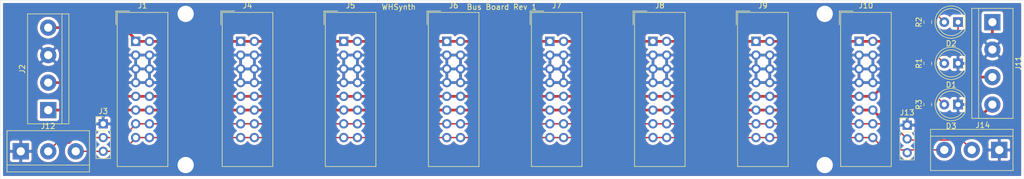
<source format=kicad_pcb>
(kicad_pcb (version 20171130) (host pcbnew "(5.1.2-1)-1")
  (layers (0 F.Cu signal) (31 B.Cu signal) (34 B.Paste user) (35 F.Paste user) (36 B.SilkS user) (37 F.SilkS user) (38 B.Mask user) (39 F.Mask user) (44 Edge.Cuts user))
  (net 0 "")
  (net 1 GNDREF)
  (net 2 "Net-(D1-Pad2)")
  (net 3 -12V)
  (net 4 "Net-(D2-Pad2)")
  (net 5 "Net-(D3-Pad2)")
  (net 6 /Gate)
  (net 7 /CV)
  (net 8 +5V)
  (net 9 +12V)
  (module LED_THT:LED_D5.0mm (layer F.Cu) (at 257.048 75.184 180)
    (fp_text reference D1 (at 1.27 -3.96) (layer F.SilkS))
    (fp_text value LED)
    (fp_arc (start 1.27 0) (end -1.29 -1.54483) (angle 148.9) (layer F.SilkS) (width 0.12))
    (fp_arc (start 1.27 0) (end -1.29 1.54483) (angle -148.9) (layer F.SilkS) (width 0.12))
    (fp_circle (center 1.27 0) (end 3.77 0) (layer F.SilkS) (width 0.12))
    (fp_line (start -1.29 -1.545) (end -1.29 1.545) (layer F.SilkS) (width 0.12))
    (pad 1 thru_hole rect (at 0 0 180) (size 1.8 1.8) (drill 0.9) (layers *.Cu *.Mask) (net 1 GNDREF))
    (pad 2 thru_hole circle (at 2.54 0 180) (size 1.8 1.8) (drill 0.9) (layers *.Cu *.Mask) (net 2 "Net-(D1-Pad2)"))
  )
  (module LED_THT:LED_D5.0mm (layer F.Cu) (at 257.048 67.564 180)
    (fp_text reference D2 (at 1.27 -3.96) (layer F.SilkS))
    (fp_text value LED)
    (fp_arc (start 1.27 0) (end -1.29 -1.54483) (angle 148.9) (layer F.SilkS) (width 0.12))
    (fp_arc (start 1.27 0) (end -1.29 1.54483) (angle -148.9) (layer F.SilkS) (width 0.12))
    (fp_circle (center 1.27 0) (end 3.77 0) (layer F.SilkS) (width 0.12))
    (fp_line (start -1.29 -1.545) (end -1.29 1.545) (layer F.SilkS) (width 0.12))
    (pad 1 thru_hole rect (at 0 0 180) (size 1.8 1.8) (drill 0.9) (layers *.Cu *.Mask) (net 3 -12V))
    (pad 2 thru_hole circle (at 2.54 0 180) (size 1.8 1.8) (drill 0.9) (layers *.Cu *.Mask) (net 4 "Net-(D2-Pad2)"))
  )
  (module LED_THT:LED_D5.0mm (layer F.Cu) (at 257.048 82.804 180)
    (fp_text reference D3 (at 1.27 -3.96) (layer F.SilkS))
    (fp_text value LED)
    (fp_line (start -1.29 -1.545) (end -1.29 1.545) (layer F.SilkS) (width 0.12))
    (fp_circle (center 1.27 0) (end 3.77 0) (layer F.SilkS) (width 0.12))
    (fp_arc (start 1.27 0) (end -1.29 1.54483) (angle -148.9) (layer F.SilkS) (width 0.12))
    (fp_arc (start 1.27 0) (end -1.29 -1.54483) (angle 148.9) (layer F.SilkS) (width 0.12))
    (pad 2 thru_hole circle (at 2.54 0 180) (size 1.8 1.8) (drill 0.9) (layers *.Cu *.Mask) (net 5 "Net-(D3-Pad2)"))
    (pad 1 thru_hole rect (at 0 0 180) (size 1.8 1.8) (drill 0.9) (layers *.Cu *.Mask) (net 1 GNDREF))
  )
  (module Connector_IDC:IDC-Header_2x08_P2.54mm_Vertical (layer F.Cu) (at 105.061001 71.12)
    (fp_text reference J1 (at 1.27 -6.604) (layer F.SilkS))
    (fp_text value Bus_8)
    (fp_line (start -3.655 -5.6) (end -1.115 -5.6) (layer F.SilkS) (width 0.12))
    (fp_line (start -3.655 -5.6) (end -3.655 -3.06) (layer F.SilkS) (width 0.12))
    (fp_line (start -3.405 -5.35) (end 5.945 -5.35) (layer F.SilkS) (width 0.12))
    (fp_line (start -3.405 23.13) (end -3.405 -5.35) (layer F.SilkS) (width 0.12))
    (fp_line (start 5.945 23.13) (end -3.405 23.13) (layer F.SilkS) (width 0.12))
    (fp_line (start 5.945 -5.35) (end 5.945 23.13) (layer F.SilkS) (width 0.12))
    (pad 16 thru_hole oval (at 2.54 17.78) (size 1.7272 1.7272) (drill 1.016) (layers *.Cu *.Mask) (net 6 /Gate))
    (pad 15 thru_hole oval (at 0 17.78) (size 1.7272 1.7272) (drill 1.016) (layers *.Cu *.Mask) (net 6 /Gate))
    (pad 14 thru_hole oval (at 2.54 15.24) (size 1.7272 1.7272) (drill 1.016) (layers *.Cu *.Mask) (net 7 /CV))
    (pad 13 thru_hole oval (at 0 15.24) (size 1.7272 1.7272) (drill 1.016) (layers *.Cu *.Mask) (net 7 /CV))
    (pad 12 thru_hole oval (at 2.54 12.7) (size 1.7272 1.7272) (drill 1.016) (layers *.Cu *.Mask) (net 8 +5V))
    (pad 11 thru_hole oval (at 0 12.7) (size 1.7272 1.7272) (drill 1.016) (layers *.Cu *.Mask) (net 8 +5V))
    (pad 10 thru_hole oval (at 2.54 10.16) (size 1.7272 1.7272) (drill 1.016) (layers *.Cu *.Mask) (net 9 +12V))
    (pad 9 thru_hole oval (at 0 10.16) (size 1.7272 1.7272) (drill 1.016) (layers *.Cu *.Mask) (net 9 +12V))
    (pad 8 thru_hole oval (at 2.54 7.62) (size 1.7272 1.7272) (drill 1.016) (layers *.Cu *.Mask) (net 1 GNDREF))
    (pad 7 thru_hole oval (at 0 7.62) (size 1.7272 1.7272) (drill 1.016) (layers *.Cu *.Mask) (net 1 GNDREF))
    (pad 6 thru_hole oval (at 2.54 5.08) (size 1.7272 1.7272) (drill 1.016) (layers *.Cu *.Mask) (net 1 GNDREF))
    (pad 5 thru_hole oval (at 0 5.08) (size 1.7272 1.7272) (drill 1.016) (layers *.Cu *.Mask) (net 1 GNDREF))
    (pad 4 thru_hole oval (at 2.54 2.54) (size 1.7272 1.7272) (drill 1.016) (layers *.Cu *.Mask) (net 1 GNDREF))
    (pad 3 thru_hole oval (at 0 2.54) (size 1.7272 1.7272) (drill 1.016) (layers *.Cu *.Mask) (net 1 GNDREF))
    (pad 2 thru_hole oval (at 2.54 0) (size 1.7272 1.7272) (drill 1.016) (layers *.Cu *.Mask) (net 3 -12V))
    (pad 1 thru_hole rect (at 0 0) (size 1.7272 1.7272) (drill 1.016) (layers *.Cu *.Mask) (net 3 -12V))
  )
  (module TerminalBlock:TerminalBlock_bornier-4_P5.08mm (layer F.Cu) (at 88.9 83.82 90)
    (fp_text reference J2 (at 7.6 -4.8 90) (layer F.SilkS))
    (fp_text value Power_Out)
    (fp_line (start -2.54 3.81) (end 17.78 3.81) (layer F.SilkS) (width 0.12))
    (fp_line (start -2.54 -3.81) (end 17.78 -3.81) (layer F.SilkS) (width 0.12))
    (fp_line (start 17.78 2.54) (end -2.54 2.54) (layer F.SilkS) (width 0.12))
    (fp_line (start 17.78 3.81) (end 17.78 -3.81) (layer F.SilkS) (width 0.12))
    (fp_line (start -2.54 -3.81) (end -2.54 3.81) (layer F.SilkS) (width 0.12))
    (pad 4 thru_hole circle (at 15.24 0 90) (size 3 3) (drill 1.52) (layers *.Cu *.Mask) (net 3 -12V))
    (pad 1 thru_hole rect (at 0 0 90) (size 3 3) (drill 1.52) (layers *.Cu *.Mask) (net 8 +5V))
    (pad 3 thru_hole circle (at 10.16 0 90) (size 3 3) (drill 1.52) (layers *.Cu *.Mask) (net 1 GNDREF))
    (pad 2 thru_hole circle (at 5.08 0 90) (size 3 3) (drill 1.52) (layers *.Cu *.Mask) (net 9 +12V))
  )
  (module Connector_PinHeader_2.54mm:PinHeader_1x03_P2.54mm_Vertical (layer F.Cu) (at 99.06 86.36)
    (fp_text reference J3 (at 0 -2.33) (layer F.SilkS))
    (fp_text value CV_Gate_Out_2)
    (fp_line (start -1.33 -1.33) (end 0 -1.33) (layer F.SilkS) (width 0.12))
    (fp_line (start -1.33 0) (end -1.33 -1.33) (layer F.SilkS) (width 0.12))
    (fp_line (start -1.33 1.27) (end 1.33 1.27) (layer F.SilkS) (width 0.12))
    (fp_line (start 1.33 1.27) (end 1.33 6.41) (layer F.SilkS) (width 0.12))
    (fp_line (start -1.33 1.27) (end -1.33 6.41) (layer F.SilkS) (width 0.12))
    (fp_line (start -1.33 6.41) (end 1.33 6.41) (layer F.SilkS) (width 0.12))
    (pad 3 thru_hole oval (at 0 5.08) (size 1.7 1.7) (drill 1) (layers *.Cu *.Mask) (net 6 /Gate))
    (pad 2 thru_hole oval (at 0 2.54) (size 1.7 1.7) (drill 1) (layers *.Cu *.Mask) (net 7 /CV))
    (pad 1 thru_hole rect (at 0 0) (size 1.7 1.7) (drill 1) (layers *.Cu *.Mask) (net 1 GNDREF))
  )
  (module Connector_IDC:IDC-Header_2x08_P2.54mm_Vertical (layer F.Cu) (at 124.46 71.12)
    (fp_text reference J4 (at 1.27 -6.604) (layer F.SilkS))
    (fp_text value Bus_7)
    (fp_line (start 5.945 -5.35) (end 5.945 23.13) (layer F.SilkS) (width 0.12))
    (fp_line (start 5.945 23.13) (end -3.405 23.13) (layer F.SilkS) (width 0.12))
    (fp_line (start -3.405 23.13) (end -3.405 -5.35) (layer F.SilkS) (width 0.12))
    (fp_line (start -3.405 -5.35) (end 5.945 -5.35) (layer F.SilkS) (width 0.12))
    (fp_line (start -3.655 -5.6) (end -3.655 -3.06) (layer F.SilkS) (width 0.12))
    (fp_line (start -3.655 -5.6) (end -1.115 -5.6) (layer F.SilkS) (width 0.12))
    (pad 1 thru_hole rect (at 0 0) (size 1.7272 1.7272) (drill 1.016) (layers *.Cu *.Mask) (net 3 -12V))
    (pad 2 thru_hole oval (at 2.54 0) (size 1.7272 1.7272) (drill 1.016) (layers *.Cu *.Mask) (net 3 -12V))
    (pad 3 thru_hole oval (at 0 2.54) (size 1.7272 1.7272) (drill 1.016) (layers *.Cu *.Mask) (net 1 GNDREF))
    (pad 4 thru_hole oval (at 2.54 2.54) (size 1.7272 1.7272) (drill 1.016) (layers *.Cu *.Mask) (net 1 GNDREF))
    (pad 5 thru_hole oval (at 0 5.08) (size 1.7272 1.7272) (drill 1.016) (layers *.Cu *.Mask) (net 1 GNDREF))
    (pad 6 thru_hole oval (at 2.54 5.08) (size 1.7272 1.7272) (drill 1.016) (layers *.Cu *.Mask) (net 1 GNDREF))
    (pad 7 thru_hole oval (at 0 7.62) (size 1.7272 1.7272) (drill 1.016) (layers *.Cu *.Mask) (net 1 GNDREF))
    (pad 8 thru_hole oval (at 2.54 7.62) (size 1.7272 1.7272) (drill 1.016) (layers *.Cu *.Mask) (net 1 GNDREF))
    (pad 9 thru_hole oval (at 0 10.16) (size 1.7272 1.7272) (drill 1.016) (layers *.Cu *.Mask) (net 9 +12V))
    (pad 10 thru_hole oval (at 2.54 10.16) (size 1.7272 1.7272) (drill 1.016) (layers *.Cu *.Mask) (net 9 +12V))
    (pad 11 thru_hole oval (at 0 12.7) (size 1.7272 1.7272) (drill 1.016) (layers *.Cu *.Mask) (net 8 +5V))
    (pad 12 thru_hole oval (at 2.54 12.7) (size 1.7272 1.7272) (drill 1.016) (layers *.Cu *.Mask) (net 8 +5V))
    (pad 13 thru_hole oval (at 0 15.24) (size 1.7272 1.7272) (drill 1.016) (layers *.Cu *.Mask) (net 7 /CV))
    (pad 14 thru_hole oval (at 2.54 15.24) (size 1.7272 1.7272) (drill 1.016) (layers *.Cu *.Mask) (net 7 /CV))
    (pad 15 thru_hole oval (at 0 17.78) (size 1.7272 1.7272) (drill 1.016) (layers *.Cu *.Mask) (net 6 /Gate))
    (pad 16 thru_hole oval (at 2.54 17.78) (size 1.7272 1.7272) (drill 1.016) (layers *.Cu *.Mask) (net 6 /Gate))
  )
  (module Connector_IDC:IDC-Header_2x08_P2.54mm_Vertical (layer F.Cu) (at 143.51 71.12)
    (fp_text reference J5 (at 1.27 -6.604) (layer F.SilkS))
    (fp_text value Bus_6)
    (fp_line (start -3.655 -5.6) (end -1.115 -5.6) (layer F.SilkS) (width 0.12))
    (fp_line (start -3.655 -5.6) (end -3.655 -3.06) (layer F.SilkS) (width 0.12))
    (fp_line (start -3.405 -5.35) (end 5.945 -5.35) (layer F.SilkS) (width 0.12))
    (fp_line (start -3.405 23.13) (end -3.405 -5.35) (layer F.SilkS) (width 0.12))
    (fp_line (start 5.945 23.13) (end -3.405 23.13) (layer F.SilkS) (width 0.12))
    (fp_line (start 5.945 -5.35) (end 5.945 23.13) (layer F.SilkS) (width 0.12))
    (pad 16 thru_hole oval (at 2.54 17.78) (size 1.7272 1.7272) (drill 1.016) (layers *.Cu *.Mask) (net 6 /Gate))
    (pad 15 thru_hole oval (at 0 17.78) (size 1.7272 1.7272) (drill 1.016) (layers *.Cu *.Mask) (net 6 /Gate))
    (pad 14 thru_hole oval (at 2.54 15.24) (size 1.7272 1.7272) (drill 1.016) (layers *.Cu *.Mask) (net 7 /CV))
    (pad 13 thru_hole oval (at 0 15.24) (size 1.7272 1.7272) (drill 1.016) (layers *.Cu *.Mask) (net 7 /CV))
    (pad 12 thru_hole oval (at 2.54 12.7) (size 1.7272 1.7272) (drill 1.016) (layers *.Cu *.Mask) (net 8 +5V))
    (pad 11 thru_hole oval (at 0 12.7) (size 1.7272 1.7272) (drill 1.016) (layers *.Cu *.Mask) (net 8 +5V))
    (pad 10 thru_hole oval (at 2.54 10.16) (size 1.7272 1.7272) (drill 1.016) (layers *.Cu *.Mask) (net 9 +12V))
    (pad 9 thru_hole oval (at 0 10.16) (size 1.7272 1.7272) (drill 1.016) (layers *.Cu *.Mask) (net 9 +12V))
    (pad 8 thru_hole oval (at 2.54 7.62) (size 1.7272 1.7272) (drill 1.016) (layers *.Cu *.Mask) (net 1 GNDREF))
    (pad 7 thru_hole oval (at 0 7.62) (size 1.7272 1.7272) (drill 1.016) (layers *.Cu *.Mask) (net 1 GNDREF))
    (pad 6 thru_hole oval (at 2.54 5.08) (size 1.7272 1.7272) (drill 1.016) (layers *.Cu *.Mask) (net 1 GNDREF))
    (pad 5 thru_hole oval (at 0 5.08) (size 1.7272 1.7272) (drill 1.016) (layers *.Cu *.Mask) (net 1 GNDREF))
    (pad 4 thru_hole oval (at 2.54 2.54) (size 1.7272 1.7272) (drill 1.016) (layers *.Cu *.Mask) (net 1 GNDREF))
    (pad 3 thru_hole oval (at 0 2.54) (size 1.7272 1.7272) (drill 1.016) (layers *.Cu *.Mask) (net 1 GNDREF))
    (pad 2 thru_hole oval (at 2.54 0) (size 1.7272 1.7272) (drill 1.016) (layers *.Cu *.Mask) (net 3 -12V))
    (pad 1 thru_hole rect (at 0 0) (size 1.7272 1.7272) (drill 1.016) (layers *.Cu *.Mask) (net 3 -12V))
  )
  (module Connector_IDC:IDC-Header_2x08_P2.54mm_Vertical (layer F.Cu) (at 162.56 71.12)
    (fp_text reference J6 (at 1.27 -6.604) (layer F.SilkS))
    (fp_text value Bus_5)
    (fp_line (start 5.945 -5.35) (end 5.945 23.13) (layer F.SilkS) (width 0.12))
    (fp_line (start 5.945 23.13) (end -3.405 23.13) (layer F.SilkS) (width 0.12))
    (fp_line (start -3.405 23.13) (end -3.405 -5.35) (layer F.SilkS) (width 0.12))
    (fp_line (start -3.405 -5.35) (end 5.945 -5.35) (layer F.SilkS) (width 0.12))
    (fp_line (start -3.655 -5.6) (end -3.655 -3.06) (layer F.SilkS) (width 0.12))
    (fp_line (start -3.655 -5.6) (end -1.115 -5.6) (layer F.SilkS) (width 0.12))
    (pad 1 thru_hole rect (at 0 0) (size 1.7272 1.7272) (drill 1.016) (layers *.Cu *.Mask) (net 3 -12V))
    (pad 2 thru_hole oval (at 2.54 0) (size 1.7272 1.7272) (drill 1.016) (layers *.Cu *.Mask) (net 3 -12V))
    (pad 3 thru_hole oval (at 0 2.54) (size 1.7272 1.7272) (drill 1.016) (layers *.Cu *.Mask) (net 1 GNDREF))
    (pad 4 thru_hole oval (at 2.54 2.54) (size 1.7272 1.7272) (drill 1.016) (layers *.Cu *.Mask) (net 1 GNDREF))
    (pad 5 thru_hole oval (at 0 5.08) (size 1.7272 1.7272) (drill 1.016) (layers *.Cu *.Mask) (net 1 GNDREF))
    (pad 6 thru_hole oval (at 2.54 5.08) (size 1.7272 1.7272) (drill 1.016) (layers *.Cu *.Mask) (net 1 GNDREF))
    (pad 7 thru_hole oval (at 0 7.62) (size 1.7272 1.7272) (drill 1.016) (layers *.Cu *.Mask) (net 1 GNDREF))
    (pad 8 thru_hole oval (at 2.54 7.62) (size 1.7272 1.7272) (drill 1.016) (layers *.Cu *.Mask) (net 1 GNDREF))
    (pad 9 thru_hole oval (at 0 10.16) (size 1.7272 1.7272) (drill 1.016) (layers *.Cu *.Mask) (net 9 +12V))
    (pad 10 thru_hole oval (at 2.54 10.16) (size 1.7272 1.7272) (drill 1.016) (layers *.Cu *.Mask) (net 9 +12V))
    (pad 11 thru_hole oval (at 0 12.7) (size 1.7272 1.7272) (drill 1.016) (layers *.Cu *.Mask) (net 8 +5V))
    (pad 12 thru_hole oval (at 2.54 12.7) (size 1.7272 1.7272) (drill 1.016) (layers *.Cu *.Mask) (net 8 +5V))
    (pad 13 thru_hole oval (at 0 15.24) (size 1.7272 1.7272) (drill 1.016) (layers *.Cu *.Mask) (net 7 /CV))
    (pad 14 thru_hole oval (at 2.54 15.24) (size 1.7272 1.7272) (drill 1.016) (layers *.Cu *.Mask) (net 7 /CV))
    (pad 15 thru_hole oval (at 0 17.78) (size 1.7272 1.7272) (drill 1.016) (layers *.Cu *.Mask) (net 6 /Gate))
    (pad 16 thru_hole oval (at 2.54 17.78) (size 1.7272 1.7272) (drill 1.016) (layers *.Cu *.Mask) (net 6 /Gate))
  )
  (module Connector_IDC:IDC-Header_2x08_P2.54mm_Vertical (layer F.Cu) (at 181.61 71.12)
    (fp_text reference J7 (at 1.27 -6.604) (layer F.SilkS))
    (fp_text value Bus_4)
    (fp_line (start -3.655 -5.6) (end -1.115 -5.6) (layer F.SilkS) (width 0.12))
    (fp_line (start -3.655 -5.6) (end -3.655 -3.06) (layer F.SilkS) (width 0.12))
    (fp_line (start -3.405 -5.35) (end 5.945 -5.35) (layer F.SilkS) (width 0.12))
    (fp_line (start -3.405 23.13) (end -3.405 -5.35) (layer F.SilkS) (width 0.12))
    (fp_line (start 5.945 23.13) (end -3.405 23.13) (layer F.SilkS) (width 0.12))
    (fp_line (start 5.945 -5.35) (end 5.945 23.13) (layer F.SilkS) (width 0.12))
    (pad 16 thru_hole oval (at 2.54 17.78) (size 1.7272 1.7272) (drill 1.016) (layers *.Cu *.Mask) (net 6 /Gate))
    (pad 15 thru_hole oval (at 0 17.78) (size 1.7272 1.7272) (drill 1.016) (layers *.Cu *.Mask) (net 6 /Gate))
    (pad 14 thru_hole oval (at 2.54 15.24) (size 1.7272 1.7272) (drill 1.016) (layers *.Cu *.Mask) (net 7 /CV))
    (pad 13 thru_hole oval (at 0 15.24) (size 1.7272 1.7272) (drill 1.016) (layers *.Cu *.Mask) (net 7 /CV))
    (pad 12 thru_hole oval (at 2.54 12.7) (size 1.7272 1.7272) (drill 1.016) (layers *.Cu *.Mask) (net 8 +5V))
    (pad 11 thru_hole oval (at 0 12.7) (size 1.7272 1.7272) (drill 1.016) (layers *.Cu *.Mask) (net 8 +5V))
    (pad 10 thru_hole oval (at 2.54 10.16) (size 1.7272 1.7272) (drill 1.016) (layers *.Cu *.Mask) (net 9 +12V))
    (pad 9 thru_hole oval (at 0 10.16) (size 1.7272 1.7272) (drill 1.016) (layers *.Cu *.Mask) (net 9 +12V))
    (pad 8 thru_hole oval (at 2.54 7.62) (size 1.7272 1.7272) (drill 1.016) (layers *.Cu *.Mask) (net 1 GNDREF))
    (pad 7 thru_hole oval (at 0 7.62) (size 1.7272 1.7272) (drill 1.016) (layers *.Cu *.Mask) (net 1 GNDREF))
    (pad 6 thru_hole oval (at 2.54 5.08) (size 1.7272 1.7272) (drill 1.016) (layers *.Cu *.Mask) (net 1 GNDREF))
    (pad 5 thru_hole oval (at 0 5.08) (size 1.7272 1.7272) (drill 1.016) (layers *.Cu *.Mask) (net 1 GNDREF))
    (pad 4 thru_hole oval (at 2.54 2.54) (size 1.7272 1.7272) (drill 1.016) (layers *.Cu *.Mask) (net 1 GNDREF))
    (pad 3 thru_hole oval (at 0 2.54) (size 1.7272 1.7272) (drill 1.016) (layers *.Cu *.Mask) (net 1 GNDREF))
    (pad 2 thru_hole oval (at 2.54 0) (size 1.7272 1.7272) (drill 1.016) (layers *.Cu *.Mask) (net 3 -12V))
    (pad 1 thru_hole rect (at 0 0) (size 1.7272 1.7272) (drill 1.016) (layers *.Cu *.Mask) (net 3 -12V))
  )
  (module Connector_IDC:IDC-Header_2x08_P2.54mm_Vertical (layer F.Cu) (at 200.66 71.12)
    (fp_text reference J8 (at 1.27 -6.604) (layer F.SilkS))
    (fp_text value Bus_3)
    (fp_line (start 5.945 -5.35) (end 5.945 23.13) (layer F.SilkS) (width 0.12))
    (fp_line (start 5.945 23.13) (end -3.405 23.13) (layer F.SilkS) (width 0.12))
    (fp_line (start -3.405 23.13) (end -3.405 -5.35) (layer F.SilkS) (width 0.12))
    (fp_line (start -3.405 -5.35) (end 5.945 -5.35) (layer F.SilkS) (width 0.12))
    (fp_line (start -3.655 -5.6) (end -3.655 -3.06) (layer F.SilkS) (width 0.12))
    (fp_line (start -3.655 -5.6) (end -1.115 -5.6) (layer F.SilkS) (width 0.12))
    (pad 1 thru_hole rect (at 0 0) (size 1.7272 1.7272) (drill 1.016) (layers *.Cu *.Mask) (net 3 -12V))
    (pad 2 thru_hole oval (at 2.54 0) (size 1.7272 1.7272) (drill 1.016) (layers *.Cu *.Mask) (net 3 -12V))
    (pad 3 thru_hole oval (at 0 2.54) (size 1.7272 1.7272) (drill 1.016) (layers *.Cu *.Mask) (net 1 GNDREF))
    (pad 4 thru_hole oval (at 2.54 2.54) (size 1.7272 1.7272) (drill 1.016) (layers *.Cu *.Mask) (net 1 GNDREF))
    (pad 5 thru_hole oval (at 0 5.08) (size 1.7272 1.7272) (drill 1.016) (layers *.Cu *.Mask) (net 1 GNDREF))
    (pad 6 thru_hole oval (at 2.54 5.08) (size 1.7272 1.7272) (drill 1.016) (layers *.Cu *.Mask) (net 1 GNDREF))
    (pad 7 thru_hole oval (at 0 7.62) (size 1.7272 1.7272) (drill 1.016) (layers *.Cu *.Mask) (net 1 GNDREF))
    (pad 8 thru_hole oval (at 2.54 7.62) (size 1.7272 1.7272) (drill 1.016) (layers *.Cu *.Mask) (net 1 GNDREF))
    (pad 9 thru_hole oval (at 0 10.16) (size 1.7272 1.7272) (drill 1.016) (layers *.Cu *.Mask) (net 9 +12V))
    (pad 10 thru_hole oval (at 2.54 10.16) (size 1.7272 1.7272) (drill 1.016) (layers *.Cu *.Mask) (net 9 +12V))
    (pad 11 thru_hole oval (at 0 12.7) (size 1.7272 1.7272) (drill 1.016) (layers *.Cu *.Mask) (net 8 +5V))
    (pad 12 thru_hole oval (at 2.54 12.7) (size 1.7272 1.7272) (drill 1.016) (layers *.Cu *.Mask) (net 8 +5V))
    (pad 13 thru_hole oval (at 0 15.24) (size 1.7272 1.7272) (drill 1.016) (layers *.Cu *.Mask) (net 7 /CV))
    (pad 14 thru_hole oval (at 2.54 15.24) (size 1.7272 1.7272) (drill 1.016) (layers *.Cu *.Mask) (net 7 /CV))
    (pad 15 thru_hole oval (at 0 17.78) (size 1.7272 1.7272) (drill 1.016) (layers *.Cu *.Mask) (net 6 /Gate))
    (pad 16 thru_hole oval (at 2.54 17.78) (size 1.7272 1.7272) (drill 1.016) (layers *.Cu *.Mask) (net 6 /Gate))
  )
  (module Connector_IDC:IDC-Header_2x08_P2.54mm_Vertical (layer F.Cu) (at 219.71 71.12)
    (fp_text reference J9 (at 1.27 -6.604) (layer F.SilkS))
    (fp_text value Bus_2)
    (fp_line (start -3.655 -5.6) (end -1.115 -5.6) (layer F.SilkS) (width 0.12))
    (fp_line (start -3.655 -5.6) (end -3.655 -3.06) (layer F.SilkS) (width 0.12))
    (fp_line (start -3.405 -5.35) (end 5.945 -5.35) (layer F.SilkS) (width 0.12))
    (fp_line (start -3.405 23.13) (end -3.405 -5.35) (layer F.SilkS) (width 0.12))
    (fp_line (start 5.945 23.13) (end -3.405 23.13) (layer F.SilkS) (width 0.12))
    (fp_line (start 5.945 -5.35) (end 5.945 23.13) (layer F.SilkS) (width 0.12))
    (pad 16 thru_hole oval (at 2.54 17.78) (size 1.7272 1.7272) (drill 1.016) (layers *.Cu *.Mask) (net 6 /Gate))
    (pad 15 thru_hole oval (at 0 17.78) (size 1.7272 1.7272) (drill 1.016) (layers *.Cu *.Mask) (net 6 /Gate))
    (pad 14 thru_hole oval (at 2.54 15.24) (size 1.7272 1.7272) (drill 1.016) (layers *.Cu *.Mask) (net 7 /CV))
    (pad 13 thru_hole oval (at 0 15.24) (size 1.7272 1.7272) (drill 1.016) (layers *.Cu *.Mask) (net 7 /CV))
    (pad 12 thru_hole oval (at 2.54 12.7) (size 1.7272 1.7272) (drill 1.016) (layers *.Cu *.Mask) (net 8 +5V))
    (pad 11 thru_hole oval (at 0 12.7) (size 1.7272 1.7272) (drill 1.016) (layers *.Cu *.Mask) (net 8 +5V))
    (pad 10 thru_hole oval (at 2.54 10.16) (size 1.7272 1.7272) (drill 1.016) (layers *.Cu *.Mask) (net 9 +12V))
    (pad 9 thru_hole oval (at 0 10.16) (size 1.7272 1.7272) (drill 1.016) (layers *.Cu *.Mask) (net 9 +12V))
    (pad 8 thru_hole oval (at 2.54 7.62) (size 1.7272 1.7272) (drill 1.016) (layers *.Cu *.Mask) (net 1 GNDREF))
    (pad 7 thru_hole oval (at 0 7.62) (size 1.7272 1.7272) (drill 1.016) (layers *.Cu *.Mask) (net 1 GNDREF))
    (pad 6 thru_hole oval (at 2.54 5.08) (size 1.7272 1.7272) (drill 1.016) (layers *.Cu *.Mask) (net 1 GNDREF))
    (pad 5 thru_hole oval (at 0 5.08) (size 1.7272 1.7272) (drill 1.016) (layers *.Cu *.Mask) (net 1 GNDREF))
    (pad 4 thru_hole oval (at 2.54 2.54) (size 1.7272 1.7272) (drill 1.016) (layers *.Cu *.Mask) (net 1 GNDREF))
    (pad 3 thru_hole oval (at 0 2.54) (size 1.7272 1.7272) (drill 1.016) (layers *.Cu *.Mask) (net 1 GNDREF))
    (pad 2 thru_hole oval (at 2.54 0) (size 1.7272 1.7272) (drill 1.016) (layers *.Cu *.Mask) (net 3 -12V))
    (pad 1 thru_hole rect (at 0 0) (size 1.7272 1.7272) (drill 1.016) (layers *.Cu *.Mask) (net 3 -12V))
  )
  (module Connector_IDC:IDC-Header_2x08_P2.54mm_Vertical (layer F.Cu) (at 238.76 71.12)
    (fp_text reference J10 (at 1.27 -6.604) (layer F.SilkS))
    (fp_text value Bus_1)
    (fp_line (start 5.945 -5.35) (end 5.945 23.13) (layer F.SilkS) (width 0.12))
    (fp_line (start 5.945 23.13) (end -3.405 23.13) (layer F.SilkS) (width 0.12))
    (fp_line (start -3.405 23.13) (end -3.405 -5.35) (layer F.SilkS) (width 0.12))
    (fp_line (start -3.405 -5.35) (end 5.945 -5.35) (layer F.SilkS) (width 0.12))
    (fp_line (start -3.655 -5.6) (end -3.655 -3.06) (layer F.SilkS) (width 0.12))
    (fp_line (start -3.655 -5.6) (end -1.115 -5.6) (layer F.SilkS) (width 0.12))
    (pad 1 thru_hole rect (at 0 0) (size 1.7272 1.7272) (drill 1.016) (layers *.Cu *.Mask) (net 3 -12V))
    (pad 2 thru_hole oval (at 2.54 0) (size 1.7272 1.7272) (drill 1.016) (layers *.Cu *.Mask) (net 3 -12V))
    (pad 3 thru_hole oval (at 0 2.54) (size 1.7272 1.7272) (drill 1.016) (layers *.Cu *.Mask) (net 1 GNDREF))
    (pad 4 thru_hole oval (at 2.54 2.54) (size 1.7272 1.7272) (drill 1.016) (layers *.Cu *.Mask) (net 1 GNDREF))
    (pad 5 thru_hole oval (at 0 5.08) (size 1.7272 1.7272) (drill 1.016) (layers *.Cu *.Mask) (net 1 GNDREF))
    (pad 6 thru_hole oval (at 2.54 5.08) (size 1.7272 1.7272) (drill 1.016) (layers *.Cu *.Mask) (net 1 GNDREF))
    (pad 7 thru_hole oval (at 0 7.62) (size 1.7272 1.7272) (drill 1.016) (layers *.Cu *.Mask) (net 1 GNDREF))
    (pad 8 thru_hole oval (at 2.54 7.62) (size 1.7272 1.7272) (drill 1.016) (layers *.Cu *.Mask) (net 1 GNDREF))
    (pad 9 thru_hole oval (at 0 10.16) (size 1.7272 1.7272) (drill 1.016) (layers *.Cu *.Mask) (net 9 +12V))
    (pad 10 thru_hole oval (at 2.54 10.16) (size 1.7272 1.7272) (drill 1.016) (layers *.Cu *.Mask) (net 9 +12V))
    (pad 11 thru_hole oval (at 0 12.7) (size 1.7272 1.7272) (drill 1.016) (layers *.Cu *.Mask) (net 8 +5V))
    (pad 12 thru_hole oval (at 2.54 12.7) (size 1.7272 1.7272) (drill 1.016) (layers *.Cu *.Mask) (net 8 +5V))
    (pad 13 thru_hole oval (at 0 15.24) (size 1.7272 1.7272) (drill 1.016) (layers *.Cu *.Mask) (net 7 /CV))
    (pad 14 thru_hole oval (at 2.54 15.24) (size 1.7272 1.7272) (drill 1.016) (layers *.Cu *.Mask) (net 7 /CV))
    (pad 15 thru_hole oval (at 0 17.78) (size 1.7272 1.7272) (drill 1.016) (layers *.Cu *.Mask) (net 6 /Gate))
    (pad 16 thru_hole oval (at 2.54 17.78) (size 1.7272 1.7272) (drill 1.016) (layers *.Cu *.Mask) (net 6 /Gate))
  )
  (module TerminalBlock:TerminalBlock_bornier-4_P5.08mm (layer F.Cu) (at 263.398 67.564 270)
    (fp_text reference J11 (at 7.6 -4.8 90) (layer F.SilkS))
    (fp_text value Power_In)
    (fp_line (start -2.54 -3.81) (end -2.54 3.81) (layer F.SilkS) (width 0.12))
    (fp_line (start 17.78 3.81) (end 17.78 -3.81) (layer F.SilkS) (width 0.12))
    (fp_line (start 17.78 2.54) (end -2.54 2.54) (layer F.SilkS) (width 0.12))
    (fp_line (start -2.54 -3.81) (end 17.78 -3.81) (layer F.SilkS) (width 0.12))
    (fp_line (start -2.54 3.81) (end 17.78 3.81) (layer F.SilkS) (width 0.12))
    (pad 2 thru_hole circle (at 5.08 0 270) (size 3 3) (drill 1.52) (layers *.Cu *.Mask) (net 1 GNDREF))
    (pad 3 thru_hole circle (at 10.16 0 270) (size 3 3) (drill 1.52) (layers *.Cu *.Mask) (net 9 +12V))
    (pad 1 thru_hole rect (at 0 0 270) (size 3 3) (drill 1.52) (layers *.Cu *.Mask) (net 3 -12V))
    (pad 4 thru_hole circle (at 15.24 0 270) (size 3 3) (drill 1.52) (layers *.Cu *.Mask) (net 8 +5V))
  )
  (module TerminalBlock:TerminalBlock_bornier-3_P5.08mm (layer F.Cu) (at 83.82 91.44)
    (fp_text reference J12 (at 5.05 -4.65) (layer F.SilkS))
    (fp_text value CV_Gate_Out_1)
    (fp_line (start -2.54 3.81) (end 12.7 3.81) (layer F.SilkS) (width 0.12))
    (fp_line (start -2.54 -3.81) (end 12.7 -3.81) (layer F.SilkS) (width 0.12))
    (fp_line (start -2.54 2.54) (end 12.7 2.54) (layer F.SilkS) (width 0.12))
    (fp_line (start 12.7 3.81) (end 12.7 -3.81) (layer F.SilkS) (width 0.12))
    (fp_line (start -2.54 3.81) (end -2.54 -3.81) (layer F.SilkS) (width 0.12))
    (pad 3 thru_hole circle (at 10.16 0) (size 3 3) (drill 1.52) (layers *.Cu *.Mask) (net 6 /Gate))
    (pad 2 thru_hole circle (at 5.08 0) (size 3 3) (drill 1.52) (layers *.Cu *.Mask) (net 7 /CV))
    (pad 1 thru_hole rect (at 0 0) (size 3 3) (drill 1.52) (layers *.Cu *.Mask) (net 1 GNDREF))
  )
  (module Connector_PinHeader_2.54mm:PinHeader_1x03_P2.54mm_Vertical (layer F.Cu) (at 247.65 86.614)
    (fp_text reference J13 (at 0 -2.33) (layer F.SilkS))
    (fp_text value CV_Gate_In_2)
    (fp_line (start -1.33 6.41) (end 1.33 6.41) (layer F.SilkS) (width 0.12))
    (fp_line (start -1.33 1.27) (end -1.33 6.41) (layer F.SilkS) (width 0.12))
    (fp_line (start 1.33 1.27) (end 1.33 6.41) (layer F.SilkS) (width 0.12))
    (fp_line (start -1.33 1.27) (end 1.33 1.27) (layer F.SilkS) (width 0.12))
    (fp_line (start -1.33 0) (end -1.33 -1.33) (layer F.SilkS) (width 0.12))
    (fp_line (start -1.33 -1.33) (end 0 -1.33) (layer F.SilkS) (width 0.12))
    (pad 1 thru_hole rect (at 0 0) (size 1.7 1.7) (drill 1) (layers *.Cu *.Mask) (net 1 GNDREF))
    (pad 2 thru_hole oval (at 0 2.54) (size 1.7 1.7) (drill 1) (layers *.Cu *.Mask) (net 7 /CV))
    (pad 3 thru_hole oval (at 0 5.08) (size 1.7 1.7) (drill 1) (layers *.Cu *.Mask) (net 6 /Gate))
  )
  (module TerminalBlock:TerminalBlock_bornier-3_P5.08mm (layer F.Cu) (at 264.668 91.186 180)
    (fp_text reference J14 (at 3.048 4.572) (layer F.SilkS))
    (fp_text value CV_Gate_In_1)
    (fp_line (start -2.54 3.81) (end -2.54 -3.81) (layer F.SilkS) (width 0.12))
    (fp_line (start 12.7 3.81) (end 12.7 -3.81) (layer F.SilkS) (width 0.12))
    (fp_line (start -2.54 2.54) (end 12.7 2.54) (layer F.SilkS) (width 0.12))
    (fp_line (start -2.54 -3.81) (end 12.7 -3.81) (layer F.SilkS) (width 0.12))
    (fp_line (start -2.54 3.81) (end 12.7 3.81) (layer F.SilkS) (width 0.12))
    (pad 1 thru_hole rect (at 0 0 180) (size 3 3) (drill 1.52) (layers *.Cu *.Mask) (net 1 GNDREF))
    (pad 2 thru_hole circle (at 5.08 0 180) (size 3 3) (drill 1.52) (layers *.Cu *.Mask) (net 7 /CV))
    (pad 3 thru_hole circle (at 10.16 0 180) (size 3 3) (drill 1.52) (layers *.Cu *.Mask) (net 6 /Gate))
  )
  (module Resistor_SMD:R_0805_2012Metric (layer F.Cu) (at 251.46 75.184 90)
    (fp_text reference R1 (at 0 -1.65 90) (layer F.SilkS))
    (fp_text value R_US)
    (fp_line (start -0.258578 0.71) (end 0.258578 0.71) (layer F.SilkS) (width 0.12))
    (fp_line (start -0.258578 -0.71) (end 0.258578 -0.71) (layer F.SilkS) (width 0.12))
    (pad 2 smd roundrect (at 0.9375 0 90) (size 0.975 1.4) (layers F.Cu F.Paste F.Mask) (net 2 "Net-(D1-Pad2)"))
    (pad 1 smd roundrect (at -0.9375 0 90) (size 0.975 1.4) (layers F.Cu F.Paste F.Mask) (net 9 +12V))
  )
  (module Resistor_SMD:R_0805_2012Metric (layer F.Cu) (at 251.46 67.564 90)
    (fp_text reference R2 (at 0 -1.65 90) (layer F.SilkS))
    (fp_text value R_US)
    (fp_line (start -0.258578 -0.71) (end 0.258578 -0.71) (layer F.SilkS) (width 0.12))
    (fp_line (start -0.258578 0.71) (end 0.258578 0.71) (layer F.SilkS) (width 0.12))
    (pad 1 smd roundrect (at -0.9375 0 90) (size 0.975 1.4) (layers F.Cu F.Paste F.Mask) (net 1 GNDREF))
    (pad 2 smd roundrect (at 0.9375 0 90) (size 0.975 1.4) (layers F.Cu F.Paste F.Mask) (net 4 "Net-(D2-Pad2)"))
  )
  (module Resistor_SMD:R_0805_2012Metric (layer F.Cu) (at 251.46 82.804 90)
    (fp_text reference R3 (at 0 -1.65 90) (layer F.SilkS))
    (fp_text value R_US)
    (fp_line (start -0.258578 -0.71) (end 0.258578 -0.71) (layer F.SilkS) (width 0.12))
    (fp_line (start -0.258578 0.71) (end 0.258578 0.71) (layer F.SilkS) (width 0.12))
    (pad 1 smd roundrect (at -0.9375 0 90) (size 0.975 1.4) (layers F.Cu F.Paste F.Mask) (net 8 +5V))
    (pad 2 smd roundrect (at 0.9375 0 90) (size 0.975 1.4) (layers F.Cu F.Paste F.Mask) (net 5 "Net-(D3-Pad2)"))
  )
  (gr_text WHSynth (at 153.67 64.77) (layer F.SilkS) (effects (font (size 1 1))))
  (gr_text "Bus Board Rev 1" (at 172.72 64.77) (layer F.SilkS) (effects (font (size 1 1))))
  (gr_line (start 269.24 96.52) (end 80.01 96.52) (layer Edge.Cuts) (width 0.05))
  (gr_line (start 269.24 63.5) (end 269.24 96.52) (layer Edge.Cuts) (width 0.05))
  (gr_line (start 80.01 63.5) (end 269.24 63.5) (layer Edge.Cuts) (width 0.05))
  (gr_line (start 80.01 63.5) (end 80.01 96.52) (layer Edge.Cuts) (width 0.05))
  (via (at 114.3 66.04) (size 3.200001) (drill 2.999999) (layers F.Cu B.Cu) (net 1))
  (via (at 114.3 93.98) (size 3.200001) (drill 2.999999) (layers F.Cu B.Cu) (net 1))
  (via (at 232.41 93.98) (size 3.200001) (drill 2.999999) (layers F.Cu B.Cu) (net 1))
  (via (at 232.41 66.04) (size 3.200001) (drill 2.999999) (layers F.Cu B.Cu) (net 1))
  (segment (start 251.46 74.2465) (end 253.5705 74.2465) (width 0.25) (layer F.Cu) (net 2))
  (segment (start 253.5705 74.2465) (end 254.508 75.184) (width 0.25) (layer F.Cu) (net 2))
  (segment (start 88.9 68.58) (end 102.87 68.58) (width 0.5) (layer F.Cu) (net 3))
  (segment (start 102.87 68.58) (end 105.41 71.12) (width 0.5) (layer F.Cu) (net 3))
  (segment (start 105.41 71.12) (end 107.95 71.12) (width 0.5) (layer F.Cu) (net 3))
  (segment (start 121.158 71.12) (end 124.46 71.12) (width 0.5) (layer F.Cu) (net 3))
  (segment (start 107.601001 71.12) (end 121.158 71.12) (width 0.5) (layer F.Cu) (net 3))
  (segment (start 124.46 71.12) (end 127.254 71.12) (width 0.5) (layer F.Cu) (net 3))
  (segment (start 127.254 71.12) (end 143.51 71.12) (width 0.5) (layer F.Cu) (net 3))
  (segment (start 143.51 71.12) (end 146.304 71.12) (width 0.5) (layer F.Cu) (net 3))
  (segment (start 146.304 71.12) (end 162.56 71.12) (width 0.5) (layer F.Cu) (net 3))
  (segment (start 162.56 71.12) (end 165.1 71.12) (width 0.5) (layer F.Cu) (net 3))
  (segment (start 165.1 71.12) (end 181.61 71.12) (width 0.5) (layer F.Cu) (net 3))
  (segment (start 181.61 71.12) (end 184.15 71.12) (width 0.5) (layer F.Cu) (net 3))
  (segment (start 184.15 71.12) (end 200.66 71.12) (width 0.5) (layer F.Cu) (net 3))
  (segment (start 200.66 71.12) (end 202.946 71.12) (width 0.5) (layer F.Cu) (net 3))
  (segment (start 202.946 71.12) (end 219.71 71.12) (width 0.5) (layer F.Cu) (net 3))
  (segment (start 219.71 71.12) (end 222.504 71.12) (width 0.5) (layer F.Cu) (net 3))
  (segment (start 222.504 71.12) (end 238.76 71.12) (width 0.5) (layer F.Cu) (net 3))
  (segment (start 238.76 71.12) (end 241.3 71.12) (width 0.5) (layer F.Cu) (net 3))
  (segment (start 261.842 71.12) (end 263.398 69.564) (width 0.5) (layer F.Cu) (net 3))
  (segment (start 263.398 69.564) (end 263.398 67.564) (width 0.5) (layer F.Cu) (net 3))
  (segment (start 257.048 68.714) (end 257.048 71.12) (width 0.25) (layer F.Cu) (net 3))
  (segment (start 257.048 67.564) (end 257.048 68.714) (width 0.25) (layer F.Cu) (net 3))
  (segment (start 257.048 71.12) (end 261.842 71.12) (width 0.5) (layer F.Cu) (net 3))
  (segment (start 241.3 71.12) (end 257.048 71.12) (width 0.5) (layer F.Cu) (net 3))
  (segment (start 251.46 66.6265) (end 253.5705 66.6265) (width 0.25) (layer F.Cu) (net 4))
  (segment (start 253.5705 66.6265) (end 254.508 67.564) (width 0.25) (layer F.Cu) (net 4))
  (segment (start 253.608001 81.904001) (end 251.576001 81.904001) (width 0.25) (layer F.Cu) (net 5))
  (segment (start 254.508 82.804) (end 253.608001 81.904001) (width 0.25) (layer F.Cu) (net 5))
  (segment (start 251.576001 81.904001) (end 251.46 81.788) (width 0.25) (layer F.Cu) (net 5))
  (segment (start 254.508 91.186) (end 248.158 91.186) (width 0.25) (layer F.Cu) (net 6))
  (segment (start 248.158 91.186) (end 243.586 91.186) (width 0.25) (layer F.Cu) (net 6))
  (segment (start 243.586 91.186) (end 241.3 88.9) (width 0.25) (layer F.Cu) (net 6))
  (segment (start 241.3 88.9) (end 238.76 88.9) (width 0.25) (layer F.Cu) (net 6))
  (segment (start 238.76 88.9) (end 222.25 88.9) (width 0.25) (layer F.Cu) (net 6))
  (segment (start 222.25 88.9) (end 219.71 88.9) (width 0.25) (layer F.Cu) (net 6))
  (segment (start 219.71 88.9) (end 203.2 88.9) (width 0.25) (layer F.Cu) (net 6))
  (segment (start 203.2 88.9) (end 200.66 88.9) (width 0.25) (layer F.Cu) (net 6))
  (segment (start 200.66 88.9) (end 199.438686 88.9) (width 0.25) (layer F.Cu) (net 6))
  (segment (start 199.438686 88.9) (end 181.61 88.9) (width 0.25) (layer F.Cu) (net 6))
  (segment (start 181.61 88.9) (end 180.388686 88.9) (width 0.25) (layer F.Cu) (net 6))
  (segment (start 180.388686 88.9) (end 162.56 88.9) (width 0.25) (layer F.Cu) (net 6))
  (segment (start 162.56 88.9) (end 146.05 88.9) (width 0.25) (layer F.Cu) (net 6))
  (segment (start 146.05 88.9) (end 143.51 88.9) (width 0.25) (layer F.Cu) (net 6))
  (segment (start 143.51 88.9) (end 127 88.9) (width 0.25) (layer F.Cu) (net 6))
  (segment (start 127 88.9) (end 124.46 88.9) (width 0.25) (layer F.Cu) (net 6))
  (segment (start 124.46 88.9) (end 107.696 88.9) (width 0.25) (layer F.Cu) (net 6))
  (segment (start 107.696 88.9) (end 105.156 88.9) (width 0.25) (layer F.Cu) (net 6))
  (segment (start 105.156 88.9) (end 102.616 91.44) (width 0.25) (layer F.Cu) (net 6))
  (segment (start 102.616 91.44) (end 93.98 91.44) (width 0.25) (layer F.Cu) (net 6))
  (segment (start 93.818998 88.9) (end 97.857919 88.9) (width 0.25) (layer F.Cu) (net 7))
  (segment (start 92.778997 89.940001) (end 93.818998 88.9) (width 0.25) (layer F.Cu) (net 7))
  (segment (start 90.399999 89.940001) (end 92.778997 89.940001) (width 0.25) (layer F.Cu) (net 7))
  (segment (start 88.9 91.44) (end 90.399999 89.940001) (width 0.25) (layer F.Cu) (net 7))
  (segment (start 97.857919 88.9) (end 102.616 88.9) (width 0.25) (layer F.Cu) (net 7))
  (segment (start 102.616 88.9) (end 105.156 86.36) (width 0.25) (layer F.Cu) (net 7))
  (segment (start 105.156 86.36) (end 124.46 86.36) (width 0.25) (layer F.Cu) (net 7))
  (segment (start 124.46 86.36) (end 127 86.36) (width 0.25) (layer F.Cu) (net 7))
  (segment (start 127 86.36) (end 143.51 86.36) (width 0.25) (layer F.Cu) (net 7))
  (segment (start 143.51 86.36) (end 146.05 86.36) (width 0.25) (layer F.Cu) (net 7))
  (segment (start 146.05 86.36) (end 162.56 86.36) (width 0.25) (layer F.Cu) (net 7))
  (segment (start 162.56 86.36) (end 165.1 86.36) (width 0.25) (layer F.Cu) (net 7))
  (segment (start 165.1 86.36) (end 181.61 86.36) (width 0.25) (layer F.Cu) (net 7))
  (segment (start 181.61 86.36) (end 184.15 86.36) (width 0.25) (layer F.Cu) (net 7))
  (segment (start 184.15 86.36) (end 200.66 86.36) (width 0.25) (layer F.Cu) (net 7))
  (segment (start 200.66 86.36) (end 203.2 86.36) (width 0.25) (layer F.Cu) (net 7))
  (segment (start 203.2 86.36) (end 219.71 86.36) (width 0.25) (layer F.Cu) (net 7))
  (segment (start 219.71 86.36) (end 222.25 86.36) (width 0.25) (layer F.Cu) (net 7))
  (segment (start 222.25 86.36) (end 238.76 86.36) (width 0.25) (layer F.Cu) (net 7))
  (segment (start 238.76 86.36) (end 241.3 86.36) (width 0.25) (layer F.Cu) (net 7))
  (segment (start 241.3 86.36) (end 244.856 86.36) (width 0.25) (layer F.Cu) (net 7))
  (segment (start 257.762999 89.360999) (end 258.088001 89.686001) (width 0.25) (layer F.Cu) (net 7))
  (segment (start 247.856999 89.360999) (end 257.762999 89.360999) (width 0.25) (layer F.Cu) (net 7))
  (segment (start 244.856 86.36) (end 247.856999 89.360999) (width 0.25) (layer F.Cu) (net 7))
  (segment (start 258.088001 89.686001) (end 259.588 91.186) (width 0.25) (layer F.Cu) (net 7))
  (segment (start 88.9 83.82) (end 105.156 83.82) (width 0.5) (layer F.Cu) (net 8))
  (segment (start 105.156 83.82) (end 107.696 83.82) (width 0.5) (layer F.Cu) (net 8))
  (segment (start 107.696 83.82) (end 124.46 83.82) (width 0.5) (layer F.Cu) (net 8))
  (segment (start 124.46 83.82) (end 127 83.82) (width 0.5) (layer F.Cu) (net 8))
  (segment (start 127 83.82) (end 143.764 83.82) (width 0.5) (layer F.Cu) (net 8))
  (segment (start 143.764 83.82) (end 146.05 83.82) (width 0.5) (layer F.Cu) (net 8))
  (segment (start 146.05 83.82) (end 147.271314 83.82) (width 0.5) (layer F.Cu) (net 8))
  (segment (start 147.271314 83.82) (end 165.1 83.82) (width 0.5) (layer F.Cu) (net 8))
  (segment (start 165.1 83.82) (end 181.61 83.82) (width 0.5) (layer F.Cu) (net 8))
  (segment (start 181.61 83.82) (end 184.404 83.82) (width 0.5) (layer F.Cu) (net 8))
  (segment (start 184.404 83.82) (end 219.71 83.82) (width 0.5) (layer F.Cu) (net 8))
  (segment (start 219.71 83.82) (end 222.25 83.82) (width 0.5) (layer F.Cu) (net 8))
  (segment (start 222.25 83.82) (end 238.76 83.82) (width 0.5) (layer F.Cu) (net 8))
  (segment (start 238.76 83.82) (end 241.3 83.82) (width 0.5) (layer F.Cu) (net 8))
  (segment (start 261.518401 84.683599) (end 261.898001 84.303999) (width 0.5) (layer F.Cu) (net 8))
  (segment (start 241.3 83.82) (end 242.163599 84.683599) (width 0.5) (layer F.Cu) (net 8))
  (segment (start 261.898001 84.303999) (end 263.398 82.804) (width 0.5) (layer F.Cu) (net 8))
  (segment (start 251.561599 84.430599) (end 251.561599 84.683599) (width 0.5) (layer F.Cu) (net 8))
  (segment (start 251.46 83.7415) (end 251.46 84.329) (width 0.5) (layer F.Cu) (net 8))
  (segment (start 251.561599 84.683599) (end 261.518401 84.683599) (width 0.5) (layer F.Cu) (net 8))
  (segment (start 251.46 84.329) (end 251.561599 84.430599) (width 0.5) (layer F.Cu) (net 8))
  (segment (start 242.163599 84.683599) (end 251.561599 84.683599) (width 0.5) (layer F.Cu) (net 8))
  (segment (start 91.02132 78.74) (end 93.56132 81.28) (width 0.5) (layer F.Cu) (net 9))
  (segment (start 88.9 78.74) (end 91.02132 78.74) (width 0.5) (layer F.Cu) (net 9))
  (segment (start 93.56132 81.28) (end 107.696 81.28) (width 0.5) (layer F.Cu) (net 9))
  (segment (start 107.696 81.28) (end 124.46 81.28) (width 0.5) (layer F.Cu) (net 9))
  (segment (start 124.46 81.28) (end 127.254 81.28) (width 0.5) (layer F.Cu) (net 9))
  (segment (start 127.254 81.28) (end 143.51 81.28) (width 0.5) (layer F.Cu) (net 9))
  (segment (start 143.51 81.28) (end 146.05 81.28) (width 0.5) (layer F.Cu) (net 9))
  (segment (start 146.05 81.28) (end 162.56 81.28) (width 0.5) (layer F.Cu) (net 9))
  (segment (start 162.56 81.28) (end 165.1 81.28) (width 0.5) (layer F.Cu) (net 9))
  (segment (start 165.1 81.28) (end 181.61 81.28) (width 0.5) (layer F.Cu) (net 9))
  (segment (start 181.61 81.28) (end 184.15 81.28) (width 0.5) (layer F.Cu) (net 9))
  (segment (start 184.15 81.28) (end 200.66 81.28) (width 0.5) (layer F.Cu) (net 9))
  (segment (start 200.66 81.28) (end 202.946 81.28) (width 0.5) (layer F.Cu) (net 9))
  (segment (start 202.946 81.28) (end 219.71 81.28) (width 0.5) (layer F.Cu) (net 9))
  (segment (start 219.71 81.28) (end 222.504 81.28) (width 0.5) (layer F.Cu) (net 9))
  (segment (start 222.504 81.28) (end 238.76 81.28) (width 0.5) (layer F.Cu) (net 9))
  (segment (start 238.76 81.28) (end 241.3 81.28) (width 0.5) (layer F.Cu) (net 9))
  (segment (start 241.3 81.28) (end 244.856 77.724) (width 0.5) (layer F.Cu) (net 9))
  (segment (start 251.46 76.1215) (end 251.46 77.47) (width 0.25) (layer F.Cu) (net 9))
  (segment (start 251.46 77.47) (end 251.206 77.724) (width 0.25) (layer F.Cu) (net 9))
  (segment (start 251.206 77.724) (end 263.652 77.724) (width 0.5) (layer F.Cu) (net 9))
  (segment (start 244.856 77.724) (end 251.206 77.724) (width 0.5) (layer F.Cu) (net 9))
  (zone (net 1) (net_name GNDREF) (layer F.Cu) (connect_pads (clearance 0.508)) (min_thickness 0.254) (fill yes (arc_segments 32) (thermal_gap 0.508) (thermal_bridge_width 0.508))
    (polygon (pts (xy 80.01 63.5) (xy 269.24 63.5) (xy 269.24 96.52) (xy 80.01 96.52)))
  )
  (zone (net 1) (net_name GNDREF) (layer B.Cu) (connect_pads (clearance 0.508)) (min_thickness 0.254) (fill yes (arc_segments 32) (thermal_gap 0.508) (thermal_bridge_width 0.508))
    (polygon (pts (xy 80.01 63.5) (xy 269.24 63.5) (xy 269.24 96.52) (xy 80.01 96.52)))
  )
)
</source>
